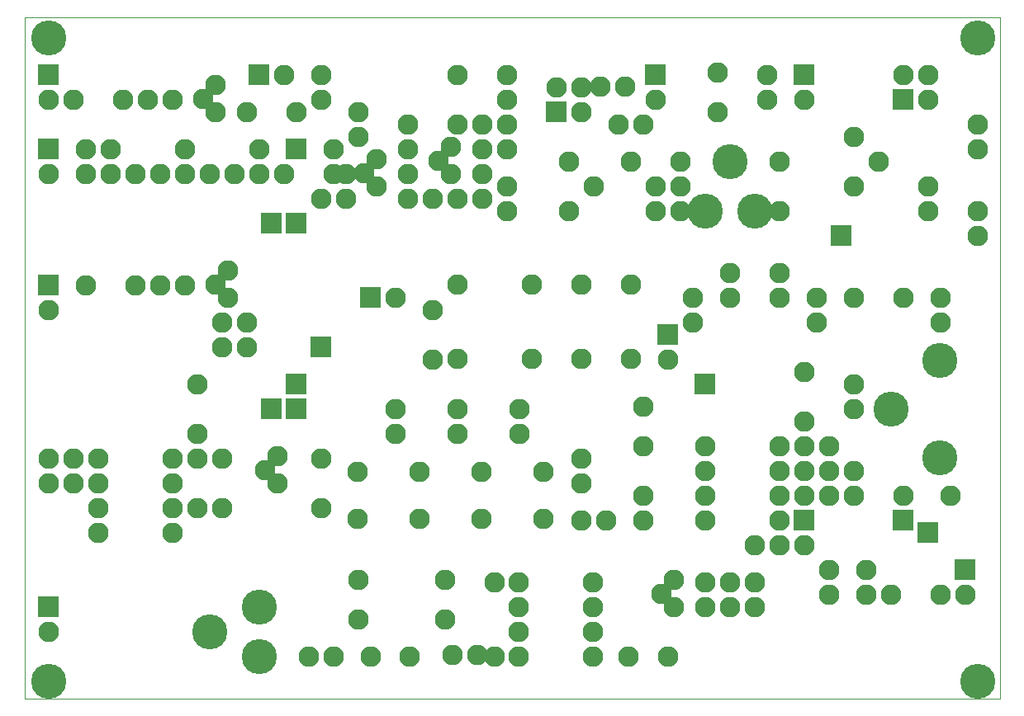
<source format=gbr>
%FSLAX34Y34*%
%MOMM*%
%LNSOLDERMASK_TOP*%
G71*
G01*
%ADD10C, 0.00*%
%ADD11C, 2.40*%
%ADD12C, 3.60*%
%ADD13C, 2.12*%
%ADD14C, 3.60*%
%ADD15C, 3.60*%
%LPD*%
G54D10*
X-50000Y1050000D02*
X950000Y1050000D01*
X950000Y350000D01*
X-50000Y350000D01*
X-50000Y1050000D01*
X-25400Y1028700D02*
G54D11*
D03*
X-25400Y1028700D02*
G54D11*
D03*
X-25400Y1028700D02*
G54D11*
D03*
X927100Y1028700D02*
G54D12*
D03*
X927100Y368300D02*
G54D12*
D03*
X-25400Y368300D02*
G54D12*
D03*
X-25400Y1028700D02*
G54D12*
D03*
X12700Y914400D02*
G54D13*
D03*
X203200Y838200D02*
G54D13*
D03*
X228600Y838200D02*
G54D13*
D03*
X566178Y978299D02*
G54D13*
D03*
X-25400Y965200D02*
G54D13*
D03*
X0Y965200D02*
G54D13*
D03*
X12700Y889000D02*
G54D13*
D03*
X38100Y889000D02*
G54D13*
D03*
X38100Y914400D02*
G54D13*
D03*
X63500Y889000D02*
G54D13*
D03*
X88900Y889000D02*
G54D13*
D03*
X114300Y914400D02*
G54D13*
D03*
X114300Y889000D02*
G54D13*
D03*
X139700Y889000D02*
G54D13*
D03*
X165100Y889000D02*
G54D13*
D03*
X190500Y889000D02*
G54D13*
D03*
X215900Y889000D02*
G54D13*
D03*
X190500Y914400D02*
G54D13*
D03*
X177800Y952500D02*
G54D13*
D03*
X145766Y952171D02*
G54D13*
D03*
X133066Y966171D02*
G54D13*
D03*
X145766Y980171D02*
G54D13*
D03*
X101600Y965200D02*
G54D13*
D03*
X76200Y965200D02*
G54D13*
D03*
X50800Y965200D02*
G54D13*
D03*
X12700Y774700D02*
G54D13*
D03*
X-25400Y749300D02*
G54D13*
D03*
X63500Y774700D02*
G54D13*
D03*
X88900Y774700D02*
G54D13*
D03*
X114300Y774700D02*
G54D13*
D03*
X145766Y775671D02*
G54D13*
D03*
X158466Y789671D02*
G54D13*
D03*
X158470Y761670D02*
G54D13*
D03*
X254000Y863600D02*
G54D13*
D03*
X266700Y889000D02*
G54D13*
D03*
X266700Y914400D02*
G54D13*
D03*
X292100Y927100D02*
G54D13*
D03*
X292100Y952500D02*
G54D13*
D03*
X310866Y903971D02*
G54D13*
D03*
X298166Y889971D02*
G54D13*
D03*
X310866Y875971D02*
G54D13*
D03*
X279400Y863600D02*
G54D13*
D03*
X342900Y863600D02*
G54D13*
D03*
X342900Y889000D02*
G54D13*
D03*
X342900Y914400D02*
G54D13*
D03*
X342900Y939800D02*
G54D13*
D03*
X215900Y990600D02*
G54D13*
D03*
X254000Y990600D02*
G54D13*
D03*
X254000Y965200D02*
G54D13*
D03*
X228600Y952500D02*
G54D13*
D03*
X393700Y990600D02*
G54D13*
D03*
X444500Y965200D02*
G54D13*
D03*
X444500Y990600D02*
G54D13*
D03*
X520700Y977900D02*
G54D13*
D03*
X540778Y978299D02*
G54D13*
D03*
X520700Y952500D02*
G54D13*
D03*
X495300Y977900D02*
G54D13*
D03*
X444500Y914400D02*
G54D13*
D03*
X444500Y939800D02*
G54D13*
D03*
X419100Y939800D02*
G54D13*
D03*
X419100Y914400D02*
G54D13*
D03*
X393700Y939800D02*
G54D13*
D03*
X387066Y916671D02*
G54D13*
D03*
X374366Y902671D02*
G54D13*
D03*
X387066Y888671D02*
G54D13*
D03*
X419100Y889000D02*
G54D13*
D03*
X444500Y876300D02*
G54D13*
D03*
X444500Y850900D02*
G54D13*
D03*
X419100Y863600D02*
G54D13*
D03*
X393700Y863600D02*
G54D13*
D03*
X330200Y762000D02*
G54D13*
D03*
X394085Y774935D02*
G54D13*
D03*
X368300Y749300D02*
G54D13*
D03*
X470285Y774935D02*
G54D13*
D03*
X521085Y774935D02*
G54D13*
D03*
X571885Y774935D02*
G54D13*
D03*
X635000Y762000D02*
G54D13*
D03*
X673100Y762000D02*
G54D13*
D03*
X723900Y762000D02*
G54D13*
D03*
X762000Y762000D02*
G54D13*
D03*
X800100Y762000D02*
G54D13*
D03*
X673100Y787400D02*
G54D13*
D03*
X723900Y787400D02*
G54D13*
D03*
X850900Y762000D02*
G54D13*
D03*
X889000Y762000D02*
G54D13*
D03*
X927100Y850900D02*
G54D13*
D03*
X927100Y825500D02*
G54D13*
D03*
X889000Y736600D02*
G54D13*
D03*
X762000Y736600D02*
G54D13*
D03*
X635000Y736600D02*
G54D13*
D03*
X609600Y698500D02*
G54D13*
D03*
X571885Y698735D02*
G54D13*
D03*
X521085Y698735D02*
G54D13*
D03*
X470285Y698735D02*
G54D13*
D03*
X394085Y698735D02*
G54D13*
D03*
X368300Y698500D02*
G54D13*
D03*
X127000Y673100D02*
G54D13*
D03*
X127000Y622300D02*
G54D13*
D03*
X127000Y596900D02*
G54D13*
D03*
X152400Y596900D02*
G54D13*
D03*
X101600Y596900D02*
G54D13*
D03*
X101600Y571500D02*
G54D13*
D03*
X101600Y546100D02*
G54D13*
D03*
X127000Y546100D02*
G54D13*
D03*
X152400Y546100D02*
G54D13*
D03*
X101600Y520700D02*
G54D13*
D03*
X25400Y596900D02*
G54D13*
D03*
X25400Y571500D02*
G54D13*
D03*
X25400Y546100D02*
G54D13*
D03*
X25400Y520700D02*
G54D13*
D03*
X0Y571500D02*
G54D13*
D03*
X0Y596900D02*
G54D13*
D03*
X-25400Y571500D02*
G54D13*
D03*
X-25400Y596900D02*
G54D13*
D03*
X-25400Y419100D02*
G54D13*
D03*
X-25400Y368300D02*
G54D13*
D03*
X-25400Y1028700D02*
G54D13*
D03*
X927100Y1028700D02*
G54D13*
D03*
X927100Y368300D02*
G54D13*
D03*
X888200Y697700D02*
G54D14*
D03*
X888200Y597700D02*
G54D14*
D03*
X899300Y558800D02*
G54D13*
D03*
X838200Y647700D02*
G54D14*
D03*
X800100Y673100D02*
G54D13*
D03*
X800100Y647700D02*
G54D13*
D03*
X876300Y876300D02*
G54D13*
D03*
X876300Y850900D02*
G54D13*
D03*
X927100Y914400D02*
G54D13*
D03*
X927100Y939800D02*
G54D13*
D03*
X876300Y965200D02*
G54D13*
D03*
X876300Y990600D02*
G54D13*
D03*
X850900Y990600D02*
G54D13*
D03*
X800100Y927100D02*
G54D13*
D03*
X825500Y901700D02*
G54D13*
D03*
X800100Y876300D02*
G54D13*
D03*
X723900Y850900D02*
G54D13*
D03*
X698500Y850900D02*
G54D15*
D03*
X673100Y901700D02*
G54D15*
D03*
X723900Y901700D02*
G54D13*
D03*
X711200Y965200D02*
G54D13*
D03*
X749300Y965200D02*
G54D13*
D03*
X711200Y990600D02*
G54D13*
D03*
X660400Y992500D02*
G54D13*
D03*
X660400Y952500D02*
G54D13*
D03*
X584200Y939800D02*
G54D13*
D03*
X596900Y965200D02*
G54D13*
D03*
X558800Y939800D02*
G54D13*
D03*
X533400Y876300D02*
G54D13*
D03*
X508000Y850900D02*
G54D13*
D03*
X571500Y901700D02*
G54D13*
D03*
X596900Y876300D02*
G54D13*
D03*
X622300Y901700D02*
G54D13*
D03*
X622300Y876300D02*
G54D13*
D03*
X622300Y850900D02*
G54D13*
D03*
X596900Y850900D02*
G54D13*
D03*
X647700Y850900D02*
G54D15*
D03*
X139700Y419100D02*
G54D15*
D03*
X190500Y393700D02*
G54D15*
D03*
X190500Y444500D02*
G54D15*
D03*
X241300Y393700D02*
G54D13*
D03*
X266700Y393700D02*
G54D13*
D03*
X304800Y393700D02*
G54D13*
D03*
X292100Y431800D02*
G54D13*
D03*
X292100Y471800D02*
G54D13*
D03*
X381000Y471800D02*
G54D13*
D03*
X381000Y431800D02*
G54D13*
D03*
X344800Y393700D02*
G54D13*
D03*
X388726Y395177D02*
G54D13*
D03*
X414126Y395177D02*
G54D13*
D03*
X431800Y393700D02*
G54D13*
D03*
X457051Y393690D02*
G54D13*
D03*
X533251Y393690D02*
G54D13*
D03*
X569600Y393700D02*
G54D13*
D03*
X609600Y393700D02*
G54D13*
D03*
X615666Y444171D02*
G54D13*
D03*
X615666Y472171D02*
G54D13*
D03*
X602966Y458171D02*
G54D13*
D03*
X533251Y419090D02*
G54D13*
D03*
X533251Y444491D02*
G54D13*
D03*
X533250Y469890D02*
G54D13*
D03*
X457051Y469890D02*
G54D13*
D03*
X457051Y444491D02*
G54D13*
D03*
X457051Y419090D02*
G54D13*
D03*
X431800Y469900D02*
G54D13*
D03*
X481750Y534950D02*
G54D13*
D03*
X418250Y534950D02*
G54D13*
D03*
X457200Y622300D02*
G54D13*
D03*
X457200Y647700D02*
G54D13*
D03*
X393700Y647700D02*
G54D13*
D03*
X393700Y622300D02*
G54D13*
D03*
X418250Y583350D02*
G54D13*
D03*
X354750Y583350D02*
G54D13*
D03*
X330200Y622300D02*
G54D13*
D03*
X330200Y647700D02*
G54D13*
D03*
X254000Y596900D02*
G54D13*
D03*
X291250Y583350D02*
G54D13*
D03*
X291250Y534950D02*
G54D13*
D03*
X254000Y546100D02*
G54D13*
D03*
X209266Y571171D02*
G54D13*
D03*
X196566Y585171D02*
G54D13*
D03*
X209266Y599171D02*
G54D13*
D03*
X520700Y533400D02*
G54D13*
D03*
X520700Y571500D02*
G54D13*
D03*
X481750Y583350D02*
G54D13*
D03*
X520700Y596900D02*
G54D13*
D03*
X584200Y649600D02*
G54D13*
D03*
X584200Y609600D02*
G54D13*
D03*
X584200Y558800D02*
G54D13*
D03*
X584200Y533400D02*
G54D13*
D03*
X546100Y533400D02*
G54D13*
D03*
X647700Y609600D02*
G54D13*
D03*
X647700Y584200D02*
G54D13*
D03*
X647700Y558800D02*
G54D13*
D03*
X647700Y533400D02*
G54D13*
D03*
X723900Y533400D02*
G54D13*
D03*
X723900Y558800D02*
G54D13*
D03*
X723900Y584200D02*
G54D13*
D03*
X723900Y609600D02*
G54D13*
D03*
X749300Y609600D02*
G54D13*
D03*
X749300Y635000D02*
G54D13*
D03*
X749300Y685800D02*
G54D13*
D03*
X774700Y609600D02*
G54D13*
D03*
X774700Y584200D02*
G54D13*
D03*
X774700Y558800D02*
G54D13*
D03*
X749300Y584200D02*
G54D13*
D03*
X749300Y558800D02*
G54D13*
D03*
X800100Y558800D02*
G54D13*
D03*
X800100Y584200D02*
G54D13*
D03*
X850900Y558800D02*
G54D13*
D03*
X914400Y457200D02*
G54D13*
D03*
X889000Y457200D02*
G54D13*
D03*
X838200Y457200D02*
G54D13*
D03*
X812800Y457200D02*
G54D13*
D03*
X812800Y482600D02*
G54D13*
D03*
X774700Y482600D02*
G54D13*
D03*
X774700Y457200D02*
G54D13*
D03*
X749300Y508000D02*
G54D13*
D03*
X723900Y508000D02*
G54D13*
D03*
X698500Y508000D02*
G54D13*
D03*
X698500Y469900D02*
G54D13*
D03*
X698500Y444500D02*
G54D13*
D03*
X673100Y444500D02*
G54D13*
D03*
X673100Y469900D02*
G54D13*
D03*
X647700Y469900D02*
G54D13*
D03*
X647700Y444500D02*
G54D13*
D03*
G36*
X-36000Y1001200D02*
X-14800Y1001200D01*
X-14800Y980000D01*
X-36000Y980000D01*
X-36000Y1001200D01*
G37*
G36*
X-36000Y925000D02*
X-14800Y925000D01*
X-14800Y903800D01*
X-36000Y903800D01*
X-36000Y925000D01*
G37*
G36*
X179900Y1001200D02*
X201100Y1001200D01*
X201100Y980000D01*
X179900Y980000D01*
X179900Y1001200D01*
G37*
G36*
X218000Y925000D02*
X239200Y925000D01*
X239200Y903800D01*
X218000Y903800D01*
X218000Y925000D01*
G37*
G36*
X218000Y848800D02*
X239200Y848800D01*
X239200Y827600D01*
X218000Y827600D01*
X218000Y848800D01*
G37*
G36*
X192600Y848800D02*
X213800Y848800D01*
X213800Y827600D01*
X192600Y827600D01*
X192600Y848800D01*
G37*
G36*
X484700Y963100D02*
X505900Y963100D01*
X505900Y941900D01*
X484700Y941900D01*
X484700Y963100D01*
G37*
G36*
X840300Y975800D02*
X861500Y975800D01*
X861500Y954600D01*
X840300Y954600D01*
X840300Y975800D01*
G37*
G36*
X738700Y1001200D02*
X759900Y1001200D01*
X759900Y980000D01*
X738700Y980000D01*
X738700Y1001200D01*
G37*
G36*
X586300Y1001200D02*
X607500Y1001200D01*
X607500Y980000D01*
X586300Y980000D01*
X586300Y1001200D01*
G37*
G36*
X599000Y734500D02*
X620200Y734500D01*
X620200Y713300D01*
X599000Y713300D01*
X599000Y734500D01*
G37*
G36*
X294200Y772600D02*
X315400Y772600D01*
X315400Y751400D01*
X294200Y751400D01*
X294200Y772600D01*
G37*
G36*
X-36000Y785300D02*
X-14800Y785300D01*
X-14800Y764100D01*
X-36000Y764100D01*
X-36000Y785300D01*
G37*
G36*
X243400Y721800D02*
X264600Y721800D01*
X264600Y700600D01*
X243400Y700600D01*
X243400Y721800D01*
G37*
G36*
X218000Y683700D02*
X239200Y683700D01*
X239200Y662500D01*
X218000Y662500D01*
X218000Y683700D01*
G37*
G36*
X218000Y658300D02*
X239200Y658300D01*
X239200Y637100D01*
X218000Y637100D01*
X218000Y658300D01*
G37*
G36*
X192600Y658300D02*
X213800Y658300D01*
X213800Y637100D01*
X192600Y637100D01*
X192600Y658300D01*
G37*
G36*
X243400Y721800D02*
X264600Y721800D01*
X264600Y700600D01*
X243400Y700600D01*
X243400Y721800D01*
G37*
G36*
X637100Y683700D02*
X658300Y683700D01*
X658300Y662500D01*
X637100Y662500D01*
X637100Y683700D01*
G37*
G36*
X-36000Y455100D02*
X-14800Y455100D01*
X-14800Y433900D01*
X-36000Y433900D01*
X-36000Y455100D01*
G37*
G36*
X738700Y544000D02*
X759900Y544000D01*
X759900Y522800D01*
X738700Y522800D01*
X738700Y544000D01*
G37*
G36*
X903800Y493200D02*
X925000Y493200D01*
X925000Y472000D01*
X903800Y472000D01*
X903800Y493200D01*
G37*
X354750Y534950D02*
G54D13*
D03*
G36*
X776800Y836100D02*
X798000Y836100D01*
X798000Y814900D01*
X776800Y814900D01*
X776800Y836100D01*
G37*
G36*
X776800Y836100D02*
X798000Y836100D01*
X798000Y814900D01*
X776800Y814900D01*
X776800Y836100D01*
G37*
X177800Y736600D02*
G54D13*
D03*
X152400Y711200D02*
G54D13*
D03*
X177800Y711200D02*
G54D13*
D03*
G36*
X865700Y531300D02*
X886900Y531300D01*
X886900Y510100D01*
X865700Y510100D01*
X865700Y531300D01*
G37*
G36*
X840300Y544000D02*
X861500Y544000D01*
X861500Y522800D01*
X840300Y522800D01*
X840300Y544000D01*
G37*
X152400Y736600D02*
G54D13*
D03*
X368300Y863600D02*
G54D13*
D03*
X393700Y863600D02*
G54D13*
D03*
X508000Y901700D02*
G54D13*
D03*
X-25400Y889000D02*
G54D13*
D03*
X279400Y889000D02*
G54D13*
D03*
M02*

</source>
